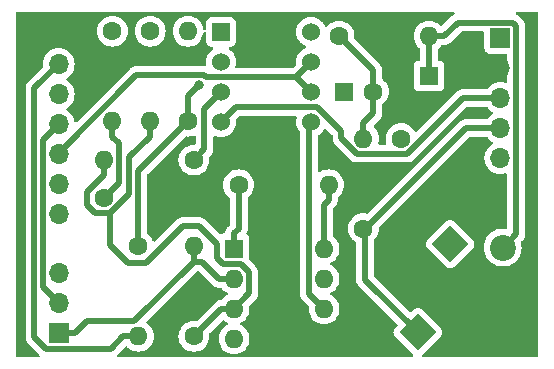
<source format=gbl>
G04 #@! TF.GenerationSoftware,KiCad,Pcbnew,7.0.11-7.0.11~ubuntu22.04.1*
G04 #@! TF.CreationDate,2024-07-25T22:55:08-03:00*
G04 #@! TF.ProjectId,Fonte_corrente_mono_V01b_compacto,466f6e74-655f-4636-9f72-72656e74655f,rev?*
G04 #@! TF.SameCoordinates,Original*
G04 #@! TF.FileFunction,Copper,L2,Bot*
G04 #@! TF.FilePolarity,Positive*
%FSLAX46Y46*%
G04 Gerber Fmt 4.6, Leading zero omitted, Abs format (unit mm)*
G04 Created by KiCad (PCBNEW 7.0.11-7.0.11~ubuntu22.04.1) date 2024-07-25 22:55:08*
%MOMM*%
%LPD*%
G01*
G04 APERTURE LIST*
G04 Aperture macros list*
%AMHorizOval*
0 Thick line with rounded ends*
0 $1 width*
0 $2 $3 position (X,Y) of the first rounded end (center of the circle)*
0 $4 $5 position (X,Y) of the second rounded end (center of the circle)*
0 Add line between two ends*
20,1,$1,$2,$3,$4,$5,0*
0 Add two circle primitives to create the rounded ends*
1,1,$1,$2,$3*
1,1,$1,$4,$5*%
%AMRotRect*
0 Rectangle, with rotation*
0 The origin of the aperture is its center*
0 $1 length*
0 $2 width*
0 $3 Rotation angle, in degrees counterclockwise*
0 Add horizontal line*
21,1,$1,$2,0,0,$3*%
G04 Aperture macros list end*
G04 #@! TA.AperFunction,ComponentPad*
%ADD10C,1.600000*%
G04 #@! TD*
G04 #@! TA.AperFunction,ComponentPad*
%ADD11O,1.600000X1.600000*%
G04 #@! TD*
G04 #@! TA.AperFunction,ComponentPad*
%ADD12R,1.600000X1.600000*%
G04 #@! TD*
G04 #@! TA.AperFunction,ComponentPad*
%ADD13R,1.700000X1.700000*%
G04 #@! TD*
G04 #@! TA.AperFunction,ComponentPad*
%ADD14O,1.700000X1.700000*%
G04 #@! TD*
G04 #@! TA.AperFunction,ComponentPad*
%ADD15RotRect,2.200000X2.200000X45.000000*%
G04 #@! TD*
G04 #@! TA.AperFunction,ComponentPad*
%ADD16HorizOval,2.200000X0.000000X0.000000X0.000000X0.000000X0*%
G04 #@! TD*
G04 #@! TA.AperFunction,ComponentPad*
%ADD17R,1.524000X1.524000*%
G04 #@! TD*
G04 #@! TA.AperFunction,ComponentPad*
%ADD18C,1.524000*%
G04 #@! TD*
G04 #@! TA.AperFunction,ComponentPad*
%ADD19RotRect,2.200000X2.200000X225.000000*%
G04 #@! TD*
G04 #@! TA.AperFunction,ComponentPad*
%ADD20HorizOval,2.200000X0.000000X0.000000X0.000000X0.000000X0*%
G04 #@! TD*
G04 #@! TA.AperFunction,ViaPad*
%ADD21C,0.800000*%
G04 #@! TD*
G04 #@! TA.AperFunction,Conductor*
%ADD22C,0.500000*%
G04 #@! TD*
G04 APERTURE END LIST*
D10*
X228250000Y-93490000D03*
D11*
X228250000Y-101110000D03*
D12*
X223394900Y-89500000D03*
D10*
X225894900Y-89500000D03*
D13*
X199250000Y-109975000D03*
D14*
X199250000Y-107435000D03*
X199250000Y-104895000D03*
D10*
X214490000Y-97400000D03*
D11*
X222110000Y-97400000D03*
D10*
X203800000Y-84390000D03*
D11*
X203800000Y-92010000D03*
D10*
X210200000Y-92010000D03*
D11*
X210200000Y-84390000D03*
D15*
X229657900Y-109892100D03*
D16*
X236842105Y-102707895D03*
D10*
X210700000Y-95300000D03*
D11*
X203080000Y-95300000D03*
D10*
X210700000Y-110220000D03*
D11*
X210700000Y-102600000D03*
D12*
X214100000Y-102810000D03*
D11*
X214100000Y-105350000D03*
X214100000Y-107890000D03*
X214100000Y-110430000D03*
X221720000Y-110430000D03*
X221720000Y-107890000D03*
X221720000Y-105350000D03*
X221720000Y-102810000D03*
D10*
X207000000Y-84390000D03*
D11*
X207000000Y-92010000D03*
D10*
X206000000Y-102600000D03*
D11*
X206000000Y-110220000D03*
D17*
X213000000Y-84460000D03*
D18*
X213000000Y-87000000D03*
X213000000Y-89540000D03*
X213000000Y-92080000D03*
X220620000Y-92080000D03*
X220620000Y-89540000D03*
X220620000Y-87000000D03*
X220620000Y-84460000D03*
D12*
X230600000Y-88194900D03*
D10*
X230600000Y-90694900D03*
X225050000Y-101110000D03*
D11*
X225050000Y-93490000D03*
D13*
X199250000Y-84640000D03*
D14*
X199250000Y-87180000D03*
X199250000Y-89720000D03*
X199250000Y-92260000D03*
X199250000Y-94800000D03*
X199250000Y-97340000D03*
X199250000Y-99880000D03*
D19*
X232392100Y-102407900D03*
D20*
X225207895Y-109592105D03*
D13*
X236650000Y-84970000D03*
D14*
X236650000Y-87510000D03*
X236650000Y-90050000D03*
X236650000Y-92590000D03*
X236650000Y-95130000D03*
D10*
X222990000Y-84800000D03*
D11*
X230610000Y-84800000D03*
D10*
X203100000Y-98500000D03*
D11*
X210720000Y-98500000D03*
D21*
X211131500Y-88979500D03*
D22*
X205823300Y-88110800D02*
X211522100Y-88110800D01*
X199250000Y-94800000D02*
X199250000Y-94684100D01*
X199250000Y-94684100D02*
X205823300Y-88110800D01*
X220620000Y-87000000D02*
X219350000Y-88270000D01*
X219350000Y-88270000D02*
X220620000Y-89540000D01*
X211522100Y-88110800D02*
X211681300Y-88270000D01*
X211681300Y-88270000D02*
X219350000Y-88270000D01*
X225894900Y-91345100D02*
X225050000Y-92190000D01*
X222990000Y-84800000D02*
X225894900Y-87704900D01*
X225050000Y-93490000D02*
X225050000Y-92190000D01*
X225894900Y-87704900D02*
X225894900Y-89500000D01*
X225894900Y-89500000D02*
X225894900Y-91345100D01*
X211591900Y-90948100D02*
X211591900Y-94408100D01*
X211591900Y-94408100D02*
X210700000Y-95300000D01*
X213000000Y-89540000D02*
X211591900Y-90948100D01*
X225195300Y-101110000D02*
X225195300Y-105429500D01*
X225195300Y-105429500D02*
X229657900Y-109892100D01*
X233715300Y-92590000D02*
X225195300Y-101110000D01*
X236650000Y-92590000D02*
X233715300Y-92590000D01*
X225195300Y-101110000D02*
X225050000Y-101110000D01*
X221131500Y-90810000D02*
X214270000Y-90810000D01*
X228758100Y-94752400D02*
X224496100Y-94752400D01*
X224496100Y-94752400D02*
X223194500Y-93450800D01*
X214270000Y-90810000D02*
X213000000Y-92080000D01*
X223194500Y-93450800D02*
X223194500Y-92873000D01*
X233460500Y-90050000D02*
X228758100Y-94752400D01*
X236650000Y-90050000D02*
X233460500Y-90050000D01*
X223194500Y-92873000D02*
X221131500Y-90810000D01*
X197201000Y-110305800D02*
X198172100Y-111276900D01*
X203643100Y-111276900D02*
X204700000Y-110220000D01*
X199250000Y-87180000D02*
X197201000Y-89229000D01*
X206000000Y-110220000D02*
X204700000Y-110220000D01*
X197201000Y-89229000D02*
X197201000Y-110305800D01*
X198172100Y-111276900D02*
X203643100Y-111276900D01*
X201606900Y-108968100D02*
X205631900Y-108968100D01*
X214100000Y-105350000D02*
X212800000Y-105350000D01*
X205631900Y-108968100D02*
X210700000Y-103900000D01*
X200600000Y-109975000D02*
X201606900Y-108968100D01*
X210700000Y-102600000D02*
X210700000Y-103900000D01*
X211350000Y-103900000D02*
X210700000Y-103900000D01*
X212800000Y-105350000D02*
X211350000Y-103900000D01*
X199250000Y-109975000D02*
X200600000Y-109975000D01*
X199250000Y-107435000D02*
X197907000Y-106092000D01*
X197907000Y-106092000D02*
X197907000Y-93603000D01*
X220456900Y-92243100D02*
X220620000Y-92080000D01*
X220456900Y-106626900D02*
X220456900Y-92243100D01*
X197907000Y-93603000D02*
X199250000Y-92260000D01*
X221720000Y-107890000D02*
X220456900Y-106626900D01*
X230610000Y-84800000D02*
X231910000Y-84800000D01*
X237705800Y-83668100D02*
X233041900Y-83668100D01*
X233041900Y-83668100D02*
X231910000Y-84800000D01*
X237984300Y-101565700D02*
X237984300Y-83946600D01*
X237984300Y-83946600D02*
X237705800Y-83668100D01*
X230610000Y-86884900D02*
X230610000Y-84800000D01*
X230600000Y-86894900D02*
X230610000Y-86884900D01*
X236842100Y-102707900D02*
X237984300Y-101565700D01*
X230600000Y-88194900D02*
X230600000Y-86894900D01*
X201650000Y-99100000D02*
X201650000Y-98030000D01*
X212647700Y-103596800D02*
X213130800Y-104079900D01*
X213130800Y-104079900D02*
X214646600Y-104079900D01*
X203637500Y-99776700D02*
X203637500Y-102487500D01*
X203637500Y-102487500D02*
X205150000Y-104000000D01*
X205234500Y-95075500D02*
X205234500Y-98179700D01*
X207000000Y-92010000D02*
X207000000Y-93310000D01*
X213030000Y-107890000D02*
X210700000Y-110220000D01*
X202326700Y-99776700D02*
X201650000Y-99100000D01*
X205234500Y-98179700D02*
X203637500Y-99776700D01*
X203080000Y-96600000D02*
X203080000Y-95300000D01*
X214100000Y-107890000D02*
X213030000Y-107890000D01*
X215389600Y-106600400D02*
X214100000Y-107890000D01*
X214646600Y-104079900D02*
X215389600Y-104822900D01*
X207000000Y-93310000D02*
X205234500Y-95075500D01*
X206650000Y-104000000D02*
X209750000Y-100900000D01*
X201650000Y-98030000D02*
X203080000Y-96600000D01*
X215389600Y-104822900D02*
X215389600Y-106600400D01*
X211150000Y-100900000D02*
X212647700Y-102397700D01*
X203637500Y-99776700D02*
X202326700Y-99776700D01*
X212647700Y-102397700D02*
X212647700Y-103596800D01*
X209750000Y-100900000D02*
X211150000Y-100900000D01*
X205150000Y-104000000D02*
X206650000Y-104000000D01*
X206000000Y-96210000D02*
X210200000Y-92010000D01*
X210200000Y-89911000D02*
X211131500Y-88979500D01*
X206000000Y-102600000D02*
X206000000Y-96210000D01*
X210200000Y-92010000D02*
X210200000Y-89911000D01*
X204338500Y-93848500D02*
X203800000Y-93310000D01*
X203800000Y-92010000D02*
X203800000Y-93310000D01*
X204338500Y-97261500D02*
X204338500Y-93848500D01*
X203100000Y-98500000D02*
X204338500Y-97261500D01*
X214100000Y-102810000D02*
X214100000Y-101510000D01*
X214490000Y-101120000D02*
X214490000Y-97400000D01*
X214100000Y-101510000D02*
X214490000Y-101120000D01*
X221720000Y-102810000D02*
X221720000Y-99090000D01*
X222110000Y-97400000D02*
X222110000Y-98700000D01*
X221720000Y-99090000D02*
X222110000Y-98700000D01*
G04 #@! TA.AperFunction,Conductor*
G36*
X232730583Y-82769685D02*
G01*
X232776338Y-82822489D01*
X232786282Y-82891647D01*
X232757257Y-82955203D01*
X232728616Y-82979554D01*
X232723920Y-82982449D01*
X232709210Y-82989570D01*
X232709236Y-82989621D01*
X232702784Y-82992861D01*
X232640136Y-83034065D01*
X232637096Y-83036002D01*
X232573247Y-83075385D01*
X232567582Y-83079865D01*
X232567546Y-83079819D01*
X232561698Y-83084584D01*
X232561735Y-83084628D01*
X232556210Y-83089264D01*
X232556204Y-83089269D01*
X232556204Y-83089270D01*
X232532633Y-83114253D01*
X232504748Y-83143809D01*
X232502236Y-83146394D01*
X231736590Y-83912041D01*
X231675267Y-83945526D01*
X231605576Y-83940542D01*
X231561228Y-83912041D01*
X231449141Y-83799954D01*
X231262734Y-83669432D01*
X231262732Y-83669431D01*
X231056497Y-83573261D01*
X231056488Y-83573258D01*
X230836697Y-83514366D01*
X230836693Y-83514365D01*
X230836692Y-83514365D01*
X230836691Y-83514364D01*
X230836686Y-83514364D01*
X230610002Y-83494532D01*
X230609998Y-83494532D01*
X230383313Y-83514364D01*
X230383302Y-83514366D01*
X230163511Y-83573258D01*
X230163502Y-83573261D01*
X229957267Y-83669431D01*
X229957265Y-83669432D01*
X229770858Y-83799954D01*
X229609954Y-83960858D01*
X229479432Y-84147265D01*
X229479431Y-84147267D01*
X229383261Y-84353502D01*
X229383258Y-84353511D01*
X229324366Y-84573302D01*
X229324364Y-84573313D01*
X229304532Y-84799998D01*
X229304532Y-84800001D01*
X229324364Y-85026686D01*
X229324366Y-85026697D01*
X229383258Y-85246488D01*
X229383261Y-85246497D01*
X229479431Y-85452732D01*
X229479432Y-85452734D01*
X229609954Y-85639141D01*
X229770859Y-85800046D01*
X229797317Y-85818572D01*
X229805068Y-85823999D01*
X229806621Y-85825086D01*
X229850247Y-85879662D01*
X229859500Y-85926662D01*
X229859500Y-86750490D01*
X229856158Y-86779085D01*
X229851055Y-86800617D01*
X229816441Y-86861311D01*
X229754509Y-86893655D01*
X229743651Y-86895312D01*
X229692516Y-86900809D01*
X229557671Y-86951102D01*
X229557664Y-86951106D01*
X229442455Y-87037352D01*
X229442452Y-87037355D01*
X229356206Y-87152564D01*
X229356202Y-87152571D01*
X229305908Y-87287417D01*
X229299501Y-87347016D01*
X229299501Y-87347023D01*
X229299500Y-87347035D01*
X229299500Y-89042770D01*
X229299501Y-89042776D01*
X229305908Y-89102383D01*
X229356202Y-89237228D01*
X229356206Y-89237235D01*
X229442452Y-89352444D01*
X229442455Y-89352447D01*
X229557664Y-89438693D01*
X229557671Y-89438697D01*
X229692517Y-89488991D01*
X229692516Y-89488991D01*
X229699444Y-89489735D01*
X229752127Y-89495400D01*
X231447872Y-89495399D01*
X231507483Y-89488991D01*
X231642331Y-89438696D01*
X231757546Y-89352446D01*
X231843796Y-89237231D01*
X231894091Y-89102383D01*
X231900500Y-89042773D01*
X231900499Y-87347028D01*
X231894091Y-87287417D01*
X231872878Y-87230543D01*
X231843797Y-87152571D01*
X231843793Y-87152564D01*
X231757547Y-87037355D01*
X231757544Y-87037352D01*
X231642335Y-86951106D01*
X231642328Y-86951102D01*
X231507482Y-86900808D01*
X231507484Y-86900808D01*
X231471243Y-86896912D01*
X231406692Y-86870173D01*
X231366845Y-86812780D01*
X231360500Y-86773623D01*
X231360500Y-85926662D01*
X231380185Y-85859623D01*
X231413379Y-85825086D01*
X231414443Y-85824341D01*
X231449139Y-85800047D01*
X231610047Y-85639139D01*
X231625730Y-85616741D01*
X231635088Y-85603377D01*
X231689665Y-85559752D01*
X231736663Y-85550500D01*
X231846295Y-85550500D01*
X231864265Y-85551809D01*
X231888023Y-85555289D01*
X231937369Y-85550971D01*
X231948176Y-85550500D01*
X231953704Y-85550500D01*
X231953709Y-85550500D01*
X231984556Y-85546893D01*
X231988030Y-85546539D01*
X232062797Y-85539999D01*
X232062805Y-85539996D01*
X232069866Y-85538539D01*
X232069878Y-85538598D01*
X232077243Y-85536965D01*
X232077229Y-85536906D01*
X232084249Y-85535241D01*
X232084255Y-85535241D01*
X232154779Y-85509572D01*
X232158117Y-85508412D01*
X232229334Y-85484814D01*
X232229342Y-85484808D01*
X232235882Y-85481760D01*
X232235908Y-85481816D01*
X232242690Y-85478532D01*
X232242663Y-85478478D01*
X232249113Y-85475238D01*
X232249117Y-85475237D01*
X232311837Y-85433984D01*
X232314732Y-85432140D01*
X232378656Y-85392712D01*
X232378662Y-85392705D01*
X232384325Y-85388229D01*
X232384362Y-85388277D01*
X232390204Y-85383518D01*
X232390164Y-85383471D01*
X232395686Y-85378835D01*
X232395696Y-85378830D01*
X232447185Y-85324253D01*
X232449632Y-85321734D01*
X233316448Y-84454919D01*
X233377771Y-84421434D01*
X233404129Y-84418600D01*
X235175500Y-84418600D01*
X235242539Y-84438285D01*
X235288294Y-84491089D01*
X235299500Y-84542600D01*
X235299500Y-85867870D01*
X235299501Y-85867876D01*
X235305908Y-85927483D01*
X235356202Y-86062328D01*
X235356206Y-86062335D01*
X235442452Y-86177544D01*
X235442455Y-86177547D01*
X235557664Y-86263793D01*
X235557671Y-86263797D01*
X235692517Y-86314091D01*
X235692516Y-86314091D01*
X235699444Y-86314835D01*
X235752127Y-86320500D01*
X237109800Y-86320499D01*
X237176839Y-86340184D01*
X237222594Y-86392987D01*
X237233800Y-86444499D01*
X237233800Y-88646687D01*
X237214115Y-88713726D01*
X237161311Y-88759481D01*
X237092153Y-88769425D01*
X237077707Y-88766462D01*
X236885413Y-88714938D01*
X236885403Y-88714936D01*
X236650001Y-88694341D01*
X236649999Y-88694341D01*
X236414596Y-88714936D01*
X236414586Y-88714938D01*
X236186344Y-88776094D01*
X236186335Y-88776098D01*
X235972171Y-88875964D01*
X235972169Y-88875965D01*
X235778597Y-89011505D01*
X235611506Y-89178596D01*
X235563874Y-89246623D01*
X235509297Y-89290248D01*
X235462299Y-89299500D01*
X233524205Y-89299500D01*
X233506235Y-89298191D01*
X233482472Y-89294710D01*
X233435343Y-89298834D01*
X233433130Y-89299028D01*
X233422324Y-89299500D01*
X233416784Y-89299500D01*
X233386001Y-89303098D01*
X233382416Y-89303464D01*
X233307699Y-89310001D01*
X233300632Y-89311460D01*
X233300620Y-89311404D01*
X233293263Y-89313035D01*
X233293277Y-89313092D01*
X233286240Y-89314760D01*
X233215731Y-89340421D01*
X233212354Y-89341595D01*
X233195892Y-89347051D01*
X233141168Y-89365185D01*
X233134626Y-89368236D01*
X233134601Y-89368183D01*
X233127808Y-89371471D01*
X233127834Y-89371523D01*
X233121380Y-89374764D01*
X233058721Y-89415975D01*
X233055681Y-89417912D01*
X232991848Y-89457285D01*
X232986183Y-89461765D01*
X232986147Y-89461719D01*
X232980298Y-89466484D01*
X232980335Y-89466528D01*
X232974810Y-89471164D01*
X232974804Y-89471169D01*
X232974804Y-89471170D01*
X232951946Y-89495398D01*
X232923332Y-89525726D01*
X232920820Y-89528311D01*
X229579345Y-92869785D01*
X229518022Y-92903270D01*
X229448330Y-92898286D01*
X229392397Y-92856414D01*
X229383621Y-92841757D01*
X229383276Y-92841957D01*
X229380567Y-92837265D01*
X229250045Y-92650858D01*
X229089141Y-92489954D01*
X228902734Y-92359432D01*
X228902732Y-92359431D01*
X228696497Y-92263261D01*
X228696488Y-92263258D01*
X228476697Y-92204366D01*
X228476693Y-92204365D01*
X228476692Y-92204365D01*
X228476691Y-92204364D01*
X228476686Y-92204364D01*
X228250002Y-92184532D01*
X228249998Y-92184532D01*
X228023313Y-92204364D01*
X228023302Y-92204366D01*
X227803511Y-92263258D01*
X227803502Y-92263261D01*
X227597267Y-92359431D01*
X227597265Y-92359432D01*
X227410858Y-92489954D01*
X227249954Y-92650858D01*
X227119432Y-92837265D01*
X227119431Y-92837267D01*
X227023261Y-93043502D01*
X227023258Y-93043511D01*
X226964366Y-93263302D01*
X226964364Y-93263313D01*
X226944532Y-93489998D01*
X226944532Y-93490001D01*
X226964364Y-93716686D01*
X226964366Y-93716697D01*
X226998961Y-93845807D01*
X226997298Y-93915657D01*
X226958135Y-93973519D01*
X226893907Y-94001023D01*
X226879186Y-94001900D01*
X226420814Y-94001900D01*
X226353775Y-93982215D01*
X226308020Y-93929411D01*
X226298076Y-93860253D01*
X226301039Y-93845807D01*
X226315946Y-93790171D01*
X226335635Y-93716692D01*
X226355468Y-93490000D01*
X226355378Y-93488976D01*
X226345831Y-93379847D01*
X226335635Y-93263308D01*
X226285250Y-93075267D01*
X226276741Y-93043511D01*
X226276738Y-93043502D01*
X226259052Y-93005575D01*
X226180568Y-92837266D01*
X226084031Y-92699395D01*
X226050048Y-92650862D01*
X225998500Y-92599314D01*
X225937955Y-92538769D01*
X225904472Y-92477449D01*
X225909456Y-92407757D01*
X225937955Y-92363411D01*
X226380542Y-91920824D01*
X226394171Y-91909047D01*
X226413430Y-91894710D01*
X226426012Y-91879715D01*
X226445260Y-91856776D01*
X226452577Y-91848791D01*
X226456487Y-91844881D01*
X226456487Y-91844880D01*
X226456491Y-91844877D01*
X226475733Y-91820538D01*
X226477969Y-91817793D01*
X226526202Y-91760314D01*
X226526207Y-91760303D01*
X226530174Y-91754275D01*
X226530225Y-91754308D01*
X226534272Y-91747956D01*
X226534220Y-91747924D01*
X226538008Y-91741780D01*
X226538011Y-91741777D01*
X226569721Y-91673773D01*
X226571262Y-91670588D01*
X226604940Y-91603533D01*
X226604943Y-91603517D01*
X226607409Y-91596746D01*
X226607467Y-91596767D01*
X226609943Y-91589646D01*
X226609886Y-91589628D01*
X226612156Y-91582777D01*
X226616134Y-91563511D01*
X226627347Y-91509202D01*
X226628079Y-91505898D01*
X226645400Y-91432821D01*
X226645400Y-91432812D01*
X226646238Y-91425648D01*
X226646298Y-91425655D01*
X226647064Y-91418155D01*
X226647005Y-91418150D01*
X226647634Y-91410960D01*
X226645452Y-91335970D01*
X226645400Y-91332363D01*
X226645400Y-90626662D01*
X226665085Y-90559623D01*
X226698279Y-90525086D01*
X226706057Y-90519640D01*
X226734039Y-90500047D01*
X226894947Y-90339139D01*
X227025468Y-90152734D01*
X227121639Y-89946496D01*
X227180535Y-89726692D01*
X227200368Y-89500000D01*
X227199965Y-89495399D01*
X227191923Y-89403478D01*
X227180535Y-89273308D01*
X227121639Y-89053504D01*
X227025468Y-88847266D01*
X226932811Y-88714937D01*
X226894948Y-88660862D01*
X226826603Y-88592517D01*
X226734039Y-88499953D01*
X226729273Y-88496615D01*
X226698275Y-88474910D01*
X226654651Y-88420332D01*
X226645400Y-88373336D01*
X226645400Y-87768605D01*
X226646709Y-87750635D01*
X226647029Y-87748447D01*
X226650189Y-87726877D01*
X226645872Y-87677530D01*
X226645400Y-87666722D01*
X226645400Y-87661196D01*
X226645400Y-87661191D01*
X226641801Y-87630409D01*
X226641436Y-87626829D01*
X226634899Y-87552101D01*
X226633439Y-87545029D01*
X226633497Y-87545016D01*
X226631865Y-87537657D01*
X226631806Y-87537672D01*
X226630142Y-87530653D01*
X226630141Y-87530645D01*
X226604491Y-87460173D01*
X226603308Y-87456768D01*
X226595190Y-87432271D01*
X226579714Y-87385566D01*
X226579713Y-87385565D01*
X226579713Y-87385563D01*
X226576664Y-87379024D01*
X226576717Y-87378999D01*
X226573431Y-87372211D01*
X226573379Y-87372238D01*
X226570136Y-87365782D01*
X226568573Y-87363406D01*
X226528925Y-87303122D01*
X226526988Y-87300081D01*
X226487614Y-87236247D01*
X226483134Y-87230581D01*
X226483180Y-87230543D01*
X226478419Y-87224699D01*
X226478374Y-87224738D01*
X226473731Y-87219205D01*
X226419190Y-87167748D01*
X226416603Y-87165235D01*
X224316716Y-85065348D01*
X224283231Y-85004025D01*
X224280869Y-84966863D01*
X224295468Y-84800000D01*
X224275635Y-84573308D01*
X224226518Y-84390000D01*
X224216741Y-84353511D01*
X224216738Y-84353502D01*
X224163779Y-84239932D01*
X224120568Y-84147266D01*
X223990047Y-83960861D01*
X223990045Y-83960858D01*
X223829141Y-83799954D01*
X223642734Y-83669432D01*
X223642732Y-83669431D01*
X223436497Y-83573261D01*
X223436488Y-83573258D01*
X223216697Y-83514366D01*
X223216693Y-83514365D01*
X223216692Y-83514365D01*
X223216691Y-83514364D01*
X223216686Y-83514364D01*
X222990002Y-83494532D01*
X222989998Y-83494532D01*
X222763313Y-83514364D01*
X222763302Y-83514366D01*
X222543511Y-83573258D01*
X222543502Y-83573261D01*
X222337267Y-83669431D01*
X222337265Y-83669432D01*
X222150858Y-83799954D01*
X221989953Y-83960859D01*
X221987268Y-83964694D01*
X221932688Y-84008314D01*
X221863189Y-84015502D01*
X221800837Y-83983974D01*
X221773317Y-83945967D01*
X221773111Y-83945526D01*
X221717534Y-83826339D01*
X221607667Y-83669431D01*
X221590827Y-83645381D01*
X221518704Y-83573258D01*
X221434620Y-83489174D01*
X221434616Y-83489171D01*
X221434615Y-83489170D01*
X221253666Y-83362468D01*
X221253662Y-83362466D01*
X221206457Y-83340454D01*
X221053450Y-83269106D01*
X221053447Y-83269105D01*
X221053445Y-83269104D01*
X220840070Y-83211930D01*
X220840062Y-83211929D01*
X220620002Y-83192677D01*
X220619998Y-83192677D01*
X220399937Y-83211929D01*
X220399929Y-83211930D01*
X220186554Y-83269104D01*
X220186548Y-83269107D01*
X219986340Y-83362465D01*
X219986338Y-83362466D01*
X219805377Y-83489175D01*
X219649175Y-83645377D01*
X219522466Y-83826338D01*
X219522465Y-83826340D01*
X219429107Y-84026548D01*
X219429104Y-84026554D01*
X219371930Y-84239929D01*
X219371929Y-84239937D01*
X219352677Y-84459997D01*
X219352677Y-84460002D01*
X219371929Y-84680062D01*
X219371930Y-84680070D01*
X219429104Y-84893445D01*
X219429105Y-84893447D01*
X219429106Y-84893450D01*
X219463337Y-84966859D01*
X219522466Y-85093662D01*
X219522468Y-85093666D01*
X219649170Y-85274615D01*
X219649175Y-85274621D01*
X219805378Y-85430824D01*
X219805384Y-85430829D01*
X219986333Y-85557531D01*
X219986335Y-85557532D01*
X219986338Y-85557534D01*
X220084649Y-85603377D01*
X220115189Y-85617618D01*
X220167628Y-85663790D01*
X220186780Y-85730984D01*
X220166564Y-85797865D01*
X220115189Y-85842382D01*
X219986340Y-85902465D01*
X219986338Y-85902466D01*
X219805377Y-86029175D01*
X219649175Y-86185377D01*
X219522466Y-86366338D01*
X219522465Y-86366340D01*
X219429107Y-86566548D01*
X219429104Y-86566554D01*
X219371930Y-86779929D01*
X219371929Y-86779937D01*
X219352677Y-86999997D01*
X219352677Y-87000002D01*
X219364205Y-87131785D01*
X219350438Y-87200285D01*
X219328358Y-87230272D01*
X219075449Y-87483182D01*
X219014129Y-87516666D01*
X218987770Y-87519500D01*
X214329437Y-87519500D01*
X214262398Y-87499815D01*
X214216643Y-87447011D01*
X214206699Y-87377853D01*
X214209662Y-87363406D01*
X214248070Y-87220068D01*
X214267323Y-87000000D01*
X214263045Y-86951106D01*
X214258164Y-86895312D01*
X214248070Y-86779932D01*
X214190894Y-86566550D01*
X214097534Y-86366339D01*
X213970826Y-86185380D01*
X213814620Y-86029174D01*
X213814616Y-86029171D01*
X213814615Y-86029170D01*
X213698797Y-85948074D01*
X213655172Y-85893497D01*
X213647978Y-85823999D01*
X213679501Y-85761644D01*
X213739730Y-85726230D01*
X213769919Y-85722499D01*
X213809872Y-85722499D01*
X213869483Y-85716091D01*
X214004331Y-85665796D01*
X214119546Y-85579546D01*
X214205796Y-85464331D01*
X214256091Y-85329483D01*
X214262500Y-85269873D01*
X214262499Y-83650128D01*
X214256091Y-83590517D01*
X214241300Y-83550861D01*
X214205797Y-83455671D01*
X214205793Y-83455664D01*
X214119547Y-83340455D01*
X214119544Y-83340452D01*
X214004335Y-83254206D01*
X214004328Y-83254202D01*
X213869482Y-83203908D01*
X213869483Y-83203908D01*
X213809883Y-83197501D01*
X213809881Y-83197500D01*
X213809873Y-83197500D01*
X213809864Y-83197500D01*
X212190129Y-83197500D01*
X212190123Y-83197501D01*
X212130516Y-83203908D01*
X211995671Y-83254202D01*
X211995664Y-83254206D01*
X211880455Y-83340452D01*
X211880452Y-83340455D01*
X211794206Y-83455664D01*
X211794202Y-83455671D01*
X211743908Y-83590517D01*
X211738010Y-83645380D01*
X211737501Y-83650123D01*
X211737500Y-83650135D01*
X211737500Y-84202077D01*
X211717815Y-84269116D01*
X211665011Y-84314871D01*
X211595853Y-84324815D01*
X211532297Y-84295790D01*
X211494523Y-84237012D01*
X211489972Y-84212884D01*
X211485635Y-84163308D01*
X211433457Y-83968577D01*
X211426741Y-83943511D01*
X211426738Y-83943502D01*
X211372104Y-83826340D01*
X211330568Y-83737266D01*
X211200047Y-83550861D01*
X211200045Y-83550858D01*
X211039141Y-83389954D01*
X210852734Y-83259432D01*
X210852732Y-83259431D01*
X210646497Y-83163261D01*
X210646488Y-83163258D01*
X210426697Y-83104366D01*
X210426693Y-83104365D01*
X210426692Y-83104365D01*
X210426691Y-83104364D01*
X210426686Y-83104364D01*
X210200002Y-83084532D01*
X210199998Y-83084532D01*
X209973313Y-83104364D01*
X209973302Y-83104366D01*
X209753511Y-83163258D01*
X209753502Y-83163261D01*
X209547267Y-83259431D01*
X209547265Y-83259432D01*
X209360858Y-83389954D01*
X209199954Y-83550858D01*
X209069432Y-83737265D01*
X209069431Y-83737267D01*
X208973261Y-83943502D01*
X208973258Y-83943511D01*
X208914366Y-84163302D01*
X208914364Y-84163313D01*
X208894532Y-84389998D01*
X208894532Y-84390001D01*
X208914364Y-84616686D01*
X208914366Y-84616697D01*
X208973258Y-84836488D01*
X208973261Y-84836497D01*
X209069431Y-85042732D01*
X209069432Y-85042734D01*
X209199954Y-85229141D01*
X209360858Y-85390045D01*
X209360861Y-85390047D01*
X209547266Y-85520568D01*
X209753504Y-85616739D01*
X209973308Y-85675635D01*
X210135230Y-85689801D01*
X210199998Y-85695468D01*
X210200000Y-85695468D01*
X210200002Y-85695468D01*
X210256673Y-85690509D01*
X210426692Y-85675635D01*
X210646496Y-85616739D01*
X210852734Y-85520568D01*
X211039139Y-85390047D01*
X211200047Y-85229139D01*
X211330568Y-85042734D01*
X211426739Y-84836496D01*
X211485635Y-84616692D01*
X211489972Y-84567112D01*
X211515424Y-84502045D01*
X211572014Y-84461066D01*
X211641776Y-84457187D01*
X211702561Y-84491640D01*
X211735069Y-84553487D01*
X211737500Y-84577920D01*
X211737500Y-85269870D01*
X211737501Y-85269876D01*
X211743908Y-85329483D01*
X211794202Y-85464328D01*
X211794206Y-85464335D01*
X211880452Y-85579544D01*
X211880455Y-85579547D01*
X211995664Y-85665793D01*
X211995671Y-85665797D01*
X212130517Y-85716091D01*
X212130516Y-85716091D01*
X212137444Y-85716835D01*
X212190127Y-85722500D01*
X212230079Y-85722499D01*
X212297116Y-85742182D01*
X212342872Y-85794985D01*
X212352817Y-85864143D01*
X212323794Y-85927700D01*
X212301203Y-85948074D01*
X212185375Y-86029177D01*
X212029175Y-86185377D01*
X211902466Y-86366338D01*
X211902465Y-86366340D01*
X211809107Y-86566548D01*
X211809104Y-86566554D01*
X211751930Y-86779929D01*
X211751929Y-86779937D01*
X211732677Y-86999997D01*
X211732677Y-87000000D01*
X211751929Y-87220062D01*
X211752402Y-87225461D01*
X211750198Y-87225653D01*
X211743480Y-87285666D01*
X211699401Y-87339877D01*
X211633011Y-87361651D01*
X211614738Y-87360874D01*
X211602653Y-87359462D01*
X211602659Y-87359402D01*
X211595155Y-87358635D01*
X211595150Y-87358695D01*
X211587960Y-87358065D01*
X211512970Y-87360248D01*
X211509363Y-87360300D01*
X205887005Y-87360300D01*
X205869035Y-87358991D01*
X205845272Y-87355510D01*
X205798143Y-87359634D01*
X205795930Y-87359828D01*
X205785124Y-87360300D01*
X205779584Y-87360300D01*
X205748801Y-87363898D01*
X205745216Y-87364264D01*
X205670499Y-87370801D01*
X205663432Y-87372260D01*
X205663420Y-87372204D01*
X205656063Y-87373835D01*
X205656077Y-87373892D01*
X205649040Y-87375560D01*
X205578531Y-87401221D01*
X205575130Y-87402403D01*
X205503968Y-87425984D01*
X205497426Y-87429035D01*
X205497401Y-87428983D01*
X205490608Y-87432271D01*
X205490634Y-87432322D01*
X205484186Y-87435560D01*
X205421528Y-87476770D01*
X205418491Y-87478705D01*
X205354644Y-87518088D01*
X205348977Y-87522569D01*
X205348941Y-87522523D01*
X205343098Y-87527284D01*
X205343135Y-87527328D01*
X205337610Y-87531964D01*
X205337604Y-87531969D01*
X205337604Y-87531970D01*
X205325283Y-87545029D01*
X205286148Y-87586509D01*
X205283636Y-87589094D01*
X200792525Y-92080205D01*
X200731202Y-92113690D01*
X200661510Y-92108706D01*
X200605577Y-92066834D01*
X200585069Y-92024617D01*
X200585063Y-92024595D01*
X200585063Y-92024592D01*
X200523903Y-91796337D01*
X200424035Y-91582171D01*
X200422645Y-91580185D01*
X200288494Y-91388597D01*
X200121402Y-91221506D01*
X200121396Y-91221501D01*
X199935842Y-91091575D01*
X199892217Y-91036998D01*
X199885023Y-90967500D01*
X199916546Y-90905145D01*
X199935842Y-90888425D01*
X200009543Y-90836819D01*
X200121401Y-90758495D01*
X200288495Y-90591401D01*
X200424035Y-90397830D01*
X200523903Y-90183663D01*
X200585063Y-89955408D01*
X200605659Y-89720000D01*
X200585063Y-89484592D01*
X200538208Y-89309726D01*
X200523905Y-89256344D01*
X200523904Y-89256343D01*
X200523903Y-89256337D01*
X200424035Y-89042171D01*
X200422645Y-89040185D01*
X200288494Y-88848597D01*
X200121402Y-88681506D01*
X200121396Y-88681501D01*
X199935842Y-88551575D01*
X199892217Y-88496998D01*
X199885023Y-88427500D01*
X199916546Y-88365145D01*
X199935842Y-88348425D01*
X200016525Y-88291930D01*
X200121401Y-88218495D01*
X200288495Y-88051401D01*
X200424035Y-87857830D01*
X200523903Y-87643663D01*
X200585063Y-87415408D01*
X200605659Y-87180000D01*
X200585063Y-86944592D01*
X200523903Y-86716337D01*
X200424035Y-86502171D01*
X200328925Y-86366338D01*
X200288494Y-86308597D01*
X200121402Y-86141506D01*
X200121395Y-86141501D01*
X199927834Y-86005967D01*
X199927830Y-86005965D01*
X199927828Y-86005964D01*
X199713663Y-85906097D01*
X199713659Y-85906096D01*
X199713655Y-85906094D01*
X199485413Y-85844938D01*
X199485403Y-85844936D01*
X199250001Y-85824341D01*
X199249999Y-85824341D01*
X199014596Y-85844936D01*
X199014586Y-85844938D01*
X198786344Y-85906094D01*
X198786335Y-85906098D01*
X198572171Y-86005964D01*
X198572169Y-86005965D01*
X198378597Y-86141505D01*
X198211505Y-86308597D01*
X198075965Y-86502169D01*
X198075964Y-86502171D01*
X197976098Y-86716335D01*
X197976094Y-86716344D01*
X197914938Y-86944586D01*
X197914936Y-86944596D01*
X197894341Y-87179999D01*
X197894341Y-87180001D01*
X197912977Y-87393013D01*
X197899210Y-87461513D01*
X197877130Y-87491501D01*
X196715358Y-88653272D01*
X196701729Y-88665051D01*
X196682469Y-88679390D01*
X196650632Y-88717331D01*
X196643346Y-88725284D01*
X196639407Y-88729224D01*
X196620176Y-88753545D01*
X196617902Y-88756337D01*
X196569694Y-88813790D01*
X196565729Y-88819819D01*
X196565682Y-88819788D01*
X196561630Y-88826147D01*
X196561679Y-88826177D01*
X196557889Y-88832321D01*
X196526192Y-88900294D01*
X196524623Y-88903536D01*
X196490957Y-88970572D01*
X196488488Y-88977357D01*
X196488432Y-88977336D01*
X196485960Y-88984450D01*
X196486015Y-88984469D01*
X196483743Y-88991325D01*
X196468573Y-89064788D01*
X196467793Y-89068304D01*
X196450499Y-89141279D01*
X196449661Y-89148454D01*
X196449601Y-89148447D01*
X196448835Y-89155945D01*
X196448895Y-89155951D01*
X196448265Y-89163140D01*
X196450448Y-89238128D01*
X196450500Y-89241735D01*
X196450500Y-110242094D01*
X196449191Y-110260063D01*
X196445710Y-110283825D01*
X196450028Y-110333168D01*
X196450500Y-110343976D01*
X196450500Y-110349511D01*
X196454098Y-110380295D01*
X196454464Y-110383883D01*
X196461000Y-110458591D01*
X196462461Y-110465667D01*
X196462403Y-110465678D01*
X196464034Y-110473037D01*
X196464092Y-110473024D01*
X196465757Y-110480049D01*
X196491400Y-110550505D01*
X196492582Y-110553907D01*
X196516182Y-110625126D01*
X196519236Y-110631674D01*
X196519182Y-110631698D01*
X196522470Y-110638488D01*
X196522521Y-110638463D01*
X196525761Y-110644914D01*
X196566979Y-110707584D01*
X196568889Y-110710582D01*
X196599972Y-110760974D01*
X196608289Y-110774458D01*
X196612766Y-110780119D01*
X196612719Y-110780156D01*
X196617482Y-110786002D01*
X196617528Y-110785964D01*
X196622173Y-110791499D01*
X196676707Y-110842949D01*
X196679295Y-110845463D01*
X197596370Y-111762538D01*
X197608152Y-111776171D01*
X197625765Y-111799829D01*
X197650009Y-111865357D01*
X197634977Y-111933591D01*
X197585442Y-111982866D01*
X197526442Y-111997877D01*
X195774140Y-111999859D01*
X195707079Y-111980250D01*
X195661264Y-111927498D01*
X195650000Y-111875859D01*
X195650000Y-84390001D01*
X202494532Y-84390001D01*
X202514364Y-84616686D01*
X202514366Y-84616697D01*
X202573258Y-84836488D01*
X202573261Y-84836497D01*
X202669431Y-85042732D01*
X202669432Y-85042734D01*
X202799954Y-85229141D01*
X202960858Y-85390045D01*
X202960861Y-85390047D01*
X203147266Y-85520568D01*
X203353504Y-85616739D01*
X203573308Y-85675635D01*
X203735230Y-85689801D01*
X203799998Y-85695468D01*
X203800000Y-85695468D01*
X203800002Y-85695468D01*
X203856673Y-85690509D01*
X204026692Y-85675635D01*
X204246496Y-85616739D01*
X204452734Y-85520568D01*
X204639139Y-85390047D01*
X204800047Y-85229139D01*
X204930568Y-85042734D01*
X205026739Y-84836496D01*
X205085635Y-84616692D01*
X205105468Y-84390001D01*
X205694532Y-84390001D01*
X205714364Y-84616686D01*
X205714366Y-84616697D01*
X205773258Y-84836488D01*
X205773261Y-84836497D01*
X205869431Y-85042732D01*
X205869432Y-85042734D01*
X205999954Y-85229141D01*
X206160858Y-85390045D01*
X206160861Y-85390047D01*
X206347266Y-85520568D01*
X206553504Y-85616739D01*
X206773308Y-85675635D01*
X206935230Y-85689801D01*
X206999998Y-85695468D01*
X207000000Y-85695468D01*
X207000002Y-85695468D01*
X207056673Y-85690509D01*
X207226692Y-85675635D01*
X207446496Y-85616739D01*
X207652734Y-85520568D01*
X207839139Y-85390047D01*
X208000047Y-85229139D01*
X208130568Y-85042734D01*
X208226739Y-84836496D01*
X208285635Y-84616692D01*
X208305468Y-84390000D01*
X208285635Y-84163308D01*
X208233457Y-83968577D01*
X208226741Y-83943511D01*
X208226738Y-83943502D01*
X208172104Y-83826340D01*
X208130568Y-83737266D01*
X208000047Y-83550861D01*
X208000045Y-83550858D01*
X207839141Y-83389954D01*
X207652734Y-83259432D01*
X207652732Y-83259431D01*
X207446497Y-83163261D01*
X207446488Y-83163258D01*
X207226697Y-83104366D01*
X207226693Y-83104365D01*
X207226692Y-83104365D01*
X207226691Y-83104364D01*
X207226686Y-83104364D01*
X207000002Y-83084532D01*
X206999998Y-83084532D01*
X206773313Y-83104364D01*
X206773302Y-83104366D01*
X206553511Y-83163258D01*
X206553502Y-83163261D01*
X206347267Y-83259431D01*
X206347265Y-83259432D01*
X206160858Y-83389954D01*
X205999954Y-83550858D01*
X205869432Y-83737265D01*
X205869431Y-83737267D01*
X205773261Y-83943502D01*
X205773258Y-83943511D01*
X205714366Y-84163302D01*
X205714364Y-84163313D01*
X205694532Y-84389998D01*
X205694532Y-84390001D01*
X205105468Y-84390001D01*
X205105468Y-84390000D01*
X205085635Y-84163308D01*
X205033457Y-83968577D01*
X205026741Y-83943511D01*
X205026738Y-83943502D01*
X204972104Y-83826340D01*
X204930568Y-83737266D01*
X204800047Y-83550861D01*
X204800045Y-83550858D01*
X204639141Y-83389954D01*
X204452734Y-83259432D01*
X204452732Y-83259431D01*
X204246497Y-83163261D01*
X204246488Y-83163258D01*
X204026697Y-83104366D01*
X204026693Y-83104365D01*
X204026692Y-83104365D01*
X204026691Y-83104364D01*
X204026686Y-83104364D01*
X203800002Y-83084532D01*
X203799998Y-83084532D01*
X203573313Y-83104364D01*
X203573302Y-83104366D01*
X203353511Y-83163258D01*
X203353502Y-83163261D01*
X203147267Y-83259431D01*
X203147265Y-83259432D01*
X202960858Y-83389954D01*
X202799954Y-83550858D01*
X202669432Y-83737265D01*
X202669431Y-83737267D01*
X202573261Y-83943502D01*
X202573258Y-83943511D01*
X202514366Y-84163302D01*
X202514364Y-84163313D01*
X202494532Y-84389998D01*
X202494532Y-84390001D01*
X195650000Y-84390001D01*
X195650000Y-82874000D01*
X195669685Y-82806961D01*
X195722489Y-82761206D01*
X195774000Y-82750000D01*
X232663544Y-82750000D01*
X232730583Y-82769685D01*
G37*
G04 #@! TD.AperFunction*
G04 #@! TA.AperFunction,Conductor*
G36*
X235529338Y-90820185D02*
G01*
X235563873Y-90853376D01*
X235611505Y-90921401D01*
X235778597Y-91088493D01*
X235778603Y-91088498D01*
X235964158Y-91218425D01*
X236007783Y-91273002D01*
X236014977Y-91342500D01*
X235983454Y-91404855D01*
X235964158Y-91421575D01*
X235778597Y-91551505D01*
X235611506Y-91718596D01*
X235563874Y-91786623D01*
X235509297Y-91830248D01*
X235462299Y-91839500D01*
X233779008Y-91839500D01*
X233761037Y-91838191D01*
X233737279Y-91834711D01*
X233737273Y-91834710D01*
X233690279Y-91838822D01*
X233687930Y-91839028D01*
X233677124Y-91839500D01*
X233671584Y-91839500D01*
X233640801Y-91843098D01*
X233637216Y-91843464D01*
X233562499Y-91850001D01*
X233555432Y-91851460D01*
X233555420Y-91851404D01*
X233548063Y-91853035D01*
X233548077Y-91853092D01*
X233541040Y-91854760D01*
X233470531Y-91880421D01*
X233467154Y-91881595D01*
X233439943Y-91890613D01*
X233395968Y-91905185D01*
X233389426Y-91908236D01*
X233389401Y-91908183D01*
X233382608Y-91911471D01*
X233382634Y-91911523D01*
X233376180Y-91914764D01*
X233313521Y-91955975D01*
X233310481Y-91957912D01*
X233246648Y-91997285D01*
X233240983Y-92001765D01*
X233240947Y-92001719D01*
X233235098Y-92006484D01*
X233235135Y-92006528D01*
X233229610Y-92011164D01*
X233229604Y-92011169D01*
X233229604Y-92011170D01*
X233214136Y-92027565D01*
X233178131Y-92065727D01*
X233175619Y-92068312D01*
X225439996Y-99803934D01*
X225378673Y-99837419D01*
X225320224Y-99836029D01*
X225276692Y-99824365D01*
X225276686Y-99824364D01*
X225050001Y-99804532D01*
X225049998Y-99804532D01*
X224823313Y-99824364D01*
X224823302Y-99824366D01*
X224603511Y-99883258D01*
X224603502Y-99883261D01*
X224397267Y-99979431D01*
X224397265Y-99979432D01*
X224210858Y-100109954D01*
X224049954Y-100270858D01*
X223919432Y-100457265D01*
X223919431Y-100457267D01*
X223823261Y-100663502D01*
X223823258Y-100663511D01*
X223764366Y-100883302D01*
X223764364Y-100883313D01*
X223744532Y-101109998D01*
X223744532Y-101110001D01*
X223764364Y-101336686D01*
X223764366Y-101336697D01*
X223823258Y-101556488D01*
X223823261Y-101556497D01*
X223919431Y-101762732D01*
X223919432Y-101762734D01*
X224049954Y-101949141D01*
X224210858Y-102110045D01*
X224391923Y-102236827D01*
X224435548Y-102291403D01*
X224444800Y-102338402D01*
X224444800Y-105365794D01*
X224443491Y-105383763D01*
X224440010Y-105407525D01*
X224444328Y-105456868D01*
X224444800Y-105467676D01*
X224444800Y-105473211D01*
X224448398Y-105503995D01*
X224448764Y-105507583D01*
X224455300Y-105582291D01*
X224456761Y-105589367D01*
X224456703Y-105589378D01*
X224458334Y-105596737D01*
X224458392Y-105596724D01*
X224460057Y-105603749D01*
X224485700Y-105674205D01*
X224486882Y-105677607D01*
X224510482Y-105748826D01*
X224513536Y-105755374D01*
X224513482Y-105755398D01*
X224516770Y-105762188D01*
X224516821Y-105762163D01*
X224520061Y-105768614D01*
X224561279Y-105831284D01*
X224563189Y-105834282D01*
X224594272Y-105884674D01*
X224602589Y-105898158D01*
X224607066Y-105903819D01*
X224607019Y-105903856D01*
X224611782Y-105909702D01*
X224611828Y-105909664D01*
X224616473Y-105915199D01*
X224671008Y-105966650D01*
X224673596Y-105969164D01*
X226329082Y-107624650D01*
X227907811Y-109203378D01*
X227941296Y-109264701D01*
X227936312Y-109334393D01*
X227907811Y-109378740D01*
X227714515Y-109572036D01*
X227714509Y-109572043D01*
X227676887Y-109618728D01*
X227676885Y-109618730D01*
X227617100Y-109749640D01*
X227617099Y-109749644D01*
X227596619Y-109892100D01*
X227617099Y-110034555D01*
X227617100Y-110034559D01*
X227676886Y-110165470D01*
X227676887Y-110165471D01*
X227676888Y-110165473D01*
X227714507Y-110212156D01*
X227714510Y-110212159D01*
X227714515Y-110212165D01*
X229252757Y-111750405D01*
X229286242Y-111811728D01*
X229281258Y-111881419D01*
X229239386Y-111937353D01*
X229173922Y-111961770D01*
X229165216Y-111962086D01*
X214155873Y-111979065D01*
X214097954Y-111962129D01*
X214070121Y-111976759D01*
X214045829Y-111979190D01*
X204290642Y-111990225D01*
X204223581Y-111970616D01*
X204177766Y-111917864D01*
X204167744Y-111848717D01*
X204196697Y-111785128D01*
X204202807Y-111778558D01*
X204873410Y-111107955D01*
X204934731Y-111074472D01*
X205004423Y-111079456D01*
X205048770Y-111107957D01*
X205160858Y-111220045D01*
X205160861Y-111220047D01*
X205347266Y-111350568D01*
X205553504Y-111446739D01*
X205773308Y-111505635D01*
X205935230Y-111519801D01*
X205999998Y-111525468D01*
X206000000Y-111525468D01*
X206000002Y-111525468D01*
X206056673Y-111520509D01*
X206226692Y-111505635D01*
X206446496Y-111446739D01*
X206652734Y-111350568D01*
X206839139Y-111220047D01*
X207000047Y-111059139D01*
X207130568Y-110872734D01*
X207226739Y-110666496D01*
X207285635Y-110446692D01*
X207305468Y-110220000D01*
X207304782Y-110212163D01*
X207299801Y-110155230D01*
X207285635Y-109993308D01*
X207226739Y-109773504D01*
X207130568Y-109567266D01*
X207000047Y-109380861D01*
X207000045Y-109380858D01*
X206839141Y-109219954D01*
X206726263Y-109140917D01*
X206682638Y-109086341D01*
X206675444Y-109016842D01*
X206706966Y-108954487D01*
X206709672Y-108951694D01*
X210937321Y-104724046D01*
X210998642Y-104690563D01*
X211068334Y-104695547D01*
X211112678Y-104724046D01*
X211738631Y-105349998D01*
X212224267Y-105835634D01*
X212236048Y-105849266D01*
X212250390Y-105868530D01*
X212288343Y-105900376D01*
X212296319Y-105907686D01*
X212300220Y-105911588D01*
X212324543Y-105930820D01*
X212327304Y-105933069D01*
X212364302Y-105964114D01*
X212384789Y-105981305D01*
X212390818Y-105985270D01*
X212390785Y-105985319D01*
X212397143Y-105989369D01*
X212397175Y-105989319D01*
X212403317Y-105993107D01*
X212403319Y-105993108D01*
X212403323Y-105993111D01*
X212471315Y-106024816D01*
X212474560Y-106026388D01*
X212541565Y-106060039D01*
X212541567Y-106060040D01*
X212541569Y-106060040D01*
X212548361Y-106062513D01*
X212548340Y-106062570D01*
X212555455Y-106065043D01*
X212555475Y-106064986D01*
X212562323Y-106067254D01*
X212562328Y-106067257D01*
X212635852Y-106082437D01*
X212639286Y-106083199D01*
X212684563Y-106093931D01*
X212712274Y-106100499D01*
X212712275Y-106100499D01*
X212712279Y-106100500D01*
X212712283Y-106100500D01*
X212719452Y-106101338D01*
X212719444Y-106101397D01*
X212726945Y-106102164D01*
X212726951Y-106102105D01*
X212734140Y-106102734D01*
X212734144Y-106102733D01*
X212734145Y-106102734D01*
X212809131Y-106100552D01*
X212812738Y-106100500D01*
X212973337Y-106100500D01*
X213040376Y-106120185D01*
X213074912Y-106153377D01*
X213099954Y-106189141D01*
X213260858Y-106350045D01*
X213260861Y-106350047D01*
X213447266Y-106480568D01*
X213505275Y-106507618D01*
X213557714Y-106553791D01*
X213576866Y-106620984D01*
X213556650Y-106687865D01*
X213505275Y-106732382D01*
X213447267Y-106759431D01*
X213447265Y-106759432D01*
X213260862Y-106889951D01*
X213099951Y-107050863D01*
X213099949Y-107050866D01*
X213074398Y-107087355D01*
X213019820Y-107130979D01*
X212987220Y-107139391D01*
X212955503Y-107143098D01*
X212951916Y-107143464D01*
X212877199Y-107150001D01*
X212870132Y-107151460D01*
X212870120Y-107151404D01*
X212862763Y-107153035D01*
X212862777Y-107153092D01*
X212855740Y-107154760D01*
X212785231Y-107180421D01*
X212781854Y-107181595D01*
X212742848Y-107194521D01*
X212710668Y-107205185D01*
X212704126Y-107208236D01*
X212704101Y-107208183D01*
X212697308Y-107211471D01*
X212697334Y-107211523D01*
X212690880Y-107214764D01*
X212628221Y-107255975D01*
X212625181Y-107257912D01*
X212561348Y-107297285D01*
X212555683Y-107301765D01*
X212555647Y-107301719D01*
X212549798Y-107306484D01*
X212549835Y-107306528D01*
X212544310Y-107311164D01*
X212492832Y-107365726D01*
X212490320Y-107368311D01*
X210965348Y-108893282D01*
X210904025Y-108926767D01*
X210866861Y-108929129D01*
X210700003Y-108914532D01*
X210699998Y-108914532D01*
X210473313Y-108934364D01*
X210473302Y-108934366D01*
X210253511Y-108993258D01*
X210253502Y-108993261D01*
X210047267Y-109089431D01*
X210047265Y-109089432D01*
X209860858Y-109219954D01*
X209699954Y-109380858D01*
X209569432Y-109567265D01*
X209569431Y-109567267D01*
X209473261Y-109773502D01*
X209473258Y-109773511D01*
X209414366Y-109993302D01*
X209414364Y-109993313D01*
X209394532Y-110219998D01*
X209394532Y-110220001D01*
X209414364Y-110446686D01*
X209414366Y-110446697D01*
X209473258Y-110666488D01*
X209473261Y-110666497D01*
X209569431Y-110872732D01*
X209569432Y-110872734D01*
X209699954Y-111059141D01*
X209860858Y-111220045D01*
X209860861Y-111220047D01*
X210047266Y-111350568D01*
X210253504Y-111446739D01*
X210473308Y-111505635D01*
X210635230Y-111519801D01*
X210699998Y-111525468D01*
X210700000Y-111525468D01*
X210700002Y-111525468D01*
X210756673Y-111520509D01*
X210926692Y-111505635D01*
X211146496Y-111446739D01*
X211352734Y-111350568D01*
X211539139Y-111220047D01*
X211700047Y-111059139D01*
X211830568Y-110872734D01*
X211926739Y-110666496D01*
X211985635Y-110446692D01*
X212005468Y-110220000D01*
X211990869Y-110053137D01*
X212004635Y-109984639D01*
X212026713Y-109954653D01*
X213088410Y-108892955D01*
X213149731Y-108859472D01*
X213219423Y-108864456D01*
X213255700Y-108887770D01*
X213256711Y-108886566D01*
X213260855Y-108890043D01*
X213313303Y-108926767D01*
X213447266Y-109020568D01*
X213505275Y-109047618D01*
X213557714Y-109093791D01*
X213576866Y-109160984D01*
X213556650Y-109227865D01*
X213505275Y-109272382D01*
X213447267Y-109299431D01*
X213447265Y-109299432D01*
X213260858Y-109429954D01*
X213099954Y-109590858D01*
X212969432Y-109777265D01*
X212969431Y-109777267D01*
X212873261Y-109983502D01*
X212873258Y-109983511D01*
X212814366Y-110203302D01*
X212814364Y-110203313D01*
X212794532Y-110429998D01*
X212794532Y-110430001D01*
X212814364Y-110656686D01*
X212814366Y-110656697D01*
X212873258Y-110876488D01*
X212873261Y-110876497D01*
X212969431Y-111082732D01*
X212969432Y-111082734D01*
X213099954Y-111269141D01*
X213260858Y-111430045D01*
X213260861Y-111430047D01*
X213447266Y-111560568D01*
X213653504Y-111656739D01*
X213873308Y-111715635D01*
X214019518Y-111728426D01*
X214056496Y-111731662D01*
X214100735Y-111748966D01*
X214120664Y-111736127D01*
X214144921Y-111731537D01*
X214326692Y-111715635D01*
X214546496Y-111656739D01*
X214752734Y-111560568D01*
X214939139Y-111430047D01*
X215100047Y-111269139D01*
X215230568Y-111082734D01*
X215326739Y-110876496D01*
X215385635Y-110656692D01*
X215405468Y-110430000D01*
X215385635Y-110203308D01*
X215326739Y-109983504D01*
X215230568Y-109777266D01*
X215100047Y-109590861D01*
X215100045Y-109590858D01*
X214939141Y-109429954D01*
X214752734Y-109299432D01*
X214752728Y-109299429D01*
X214694725Y-109272382D01*
X214642285Y-109226210D01*
X214623133Y-109159017D01*
X214643348Y-109092135D01*
X214694725Y-109047618D01*
X214752734Y-109020568D01*
X214939139Y-108890047D01*
X215100047Y-108729139D01*
X215230568Y-108542734D01*
X215326739Y-108336496D01*
X215385635Y-108116692D01*
X215405468Y-107890000D01*
X215390869Y-107723137D01*
X215404635Y-107654639D01*
X215426713Y-107624653D01*
X215875242Y-107176124D01*
X215888871Y-107164347D01*
X215889270Y-107164050D01*
X215908130Y-107150010D01*
X215939521Y-107112599D01*
X215939960Y-107112076D01*
X215947277Y-107104091D01*
X215951187Y-107100181D01*
X215951187Y-107100180D01*
X215951191Y-107100177D01*
X215970433Y-107075838D01*
X215972669Y-107073093D01*
X216020902Y-107015614D01*
X216020907Y-107015603D01*
X216024874Y-107009575D01*
X216024925Y-107009608D01*
X216028972Y-107003256D01*
X216028920Y-107003224D01*
X216032708Y-106997080D01*
X216032711Y-106997077D01*
X216064421Y-106929073D01*
X216065962Y-106925888D01*
X216099640Y-106858833D01*
X216099643Y-106858817D01*
X216102109Y-106852046D01*
X216102167Y-106852067D01*
X216104643Y-106844946D01*
X216104586Y-106844928D01*
X216106856Y-106838077D01*
X216106857Y-106838073D01*
X216122047Y-106764502D01*
X216122779Y-106761198D01*
X216140100Y-106688121D01*
X216140100Y-106688112D01*
X216140938Y-106680948D01*
X216140998Y-106680955D01*
X216141764Y-106673455D01*
X216141705Y-106673450D01*
X216142334Y-106666260D01*
X216140152Y-106591269D01*
X216140100Y-106587662D01*
X216140100Y-104886605D01*
X216141409Y-104868635D01*
X216141729Y-104866447D01*
X216144889Y-104844877D01*
X216140572Y-104795530D01*
X216140100Y-104784722D01*
X216140100Y-104779196D01*
X216140100Y-104779191D01*
X216136501Y-104748409D01*
X216136136Y-104744829D01*
X216129599Y-104670101D01*
X216128139Y-104663029D01*
X216128197Y-104663016D01*
X216126565Y-104655657D01*
X216126506Y-104655672D01*
X216124841Y-104648651D01*
X216124841Y-104648645D01*
X216099169Y-104578112D01*
X216098021Y-104574809D01*
X216074414Y-104503566D01*
X216074410Y-104503559D01*
X216071360Y-104497018D01*
X216071415Y-104496991D01*
X216068133Y-104490213D01*
X216068080Y-104490240D01*
X216064835Y-104483780D01*
X216023625Y-104421123D01*
X216021686Y-104418081D01*
X215982310Y-104354242D01*
X215977834Y-104348582D01*
X215977881Y-104348544D01*
X215973119Y-104342699D01*
X215973074Y-104342738D01*
X215968431Y-104337205D01*
X215913873Y-104285732D01*
X215911286Y-104283219D01*
X215431328Y-103803261D01*
X215397843Y-103741938D01*
X215395720Y-103702328D01*
X215400500Y-103657873D01*
X215400499Y-101962128D01*
X215394091Y-101902517D01*
X215391066Y-101894407D01*
X215343797Y-101767671D01*
X215343793Y-101767664D01*
X215257547Y-101652455D01*
X215239238Y-101638749D01*
X215199021Y-101608642D01*
X215157151Y-101552708D01*
X215152167Y-101483016D01*
X215160952Y-101456969D01*
X215164817Y-101448682D01*
X215166369Y-101445475D01*
X215200040Y-101378433D01*
X215200043Y-101378417D01*
X215202510Y-101371644D01*
X215202568Y-101371665D01*
X215205043Y-101364546D01*
X215204985Y-101364527D01*
X215207255Y-101357677D01*
X215211589Y-101336686D01*
X215222431Y-101284171D01*
X215223186Y-101280767D01*
X215240500Y-101207721D01*
X215240500Y-101207719D01*
X215240501Y-101207715D01*
X215241339Y-101200548D01*
X215241397Y-101200554D01*
X215242164Y-101193056D01*
X215242104Y-101193051D01*
X215242733Y-101185860D01*
X215242694Y-101184536D01*
X215240552Y-101110889D01*
X215240500Y-101107283D01*
X215240500Y-98526662D01*
X215260185Y-98459623D01*
X215293379Y-98425086D01*
X215329140Y-98400046D01*
X215490045Y-98239141D01*
X215490047Y-98239139D01*
X215620568Y-98052734D01*
X215716739Y-97846496D01*
X215775635Y-97626692D01*
X215795468Y-97400000D01*
X215775635Y-97173308D01*
X215716739Y-96953504D01*
X215620568Y-96747266D01*
X215490047Y-96560861D01*
X215490045Y-96560858D01*
X215329141Y-96399954D01*
X215142734Y-96269432D01*
X215142732Y-96269431D01*
X214936497Y-96173261D01*
X214936488Y-96173258D01*
X214716697Y-96114366D01*
X214716693Y-96114365D01*
X214716692Y-96114365D01*
X214716691Y-96114364D01*
X214716686Y-96114364D01*
X214490002Y-96094532D01*
X214489998Y-96094532D01*
X214263313Y-96114364D01*
X214263302Y-96114366D01*
X214043511Y-96173258D01*
X214043502Y-96173261D01*
X213837267Y-96269431D01*
X213837265Y-96269432D01*
X213650858Y-96399954D01*
X213489954Y-96560858D01*
X213359432Y-96747265D01*
X213359431Y-96747267D01*
X213263261Y-96953502D01*
X213263258Y-96953511D01*
X213204366Y-97173302D01*
X213204364Y-97173313D01*
X213184532Y-97399998D01*
X213184532Y-97400001D01*
X213204364Y-97626686D01*
X213204366Y-97626697D01*
X213263258Y-97846488D01*
X213263261Y-97846497D01*
X213359431Y-98052732D01*
X213359432Y-98052734D01*
X213489954Y-98239141D01*
X213650859Y-98400046D01*
X213686621Y-98425086D01*
X213730247Y-98479662D01*
X213739500Y-98526662D01*
X213739500Y-100757768D01*
X213719815Y-100824807D01*
X213703181Y-100845450D01*
X213614354Y-100934276D01*
X213600725Y-100946054D01*
X213581469Y-100960390D01*
X213549632Y-100998331D01*
X213542346Y-101006284D01*
X213538407Y-101010224D01*
X213519176Y-101034545D01*
X213516902Y-101037337D01*
X213468694Y-101094790D01*
X213464729Y-101100819D01*
X213464682Y-101100788D01*
X213460630Y-101107147D01*
X213460679Y-101107177D01*
X213456889Y-101113321D01*
X213425192Y-101181294D01*
X213423623Y-101184536D01*
X213389957Y-101251572D01*
X213387488Y-101258357D01*
X213387432Y-101258336D01*
X213384960Y-101265450D01*
X213385015Y-101265469D01*
X213382743Y-101272325D01*
X213367573Y-101345788D01*
X213366793Y-101349304D01*
X213351055Y-101415715D01*
X213316442Y-101476409D01*
X213254511Y-101508755D01*
X213243651Y-101510412D01*
X213192516Y-101515909D01*
X213057671Y-101566202D01*
X213057666Y-101566205D01*
X213040685Y-101578917D01*
X212975220Y-101603332D01*
X212906948Y-101588479D01*
X212878696Y-101567329D01*
X212330515Y-101019148D01*
X211725729Y-100414361D01*
X211713949Y-100400730D01*
X211699610Y-100381470D01*
X211661651Y-100349619D01*
X211653686Y-100342318D01*
X211649780Y-100338411D01*
X211625443Y-100319168D01*
X211622647Y-100316890D01*
X211565214Y-100268698D01*
X211559180Y-100264729D01*
X211559212Y-100264680D01*
X211552853Y-100260628D01*
X211552822Y-100260679D01*
X211546680Y-100256891D01*
X211546678Y-100256890D01*
X211546677Y-100256889D01*
X211478688Y-100225184D01*
X211475447Y-100223615D01*
X211444530Y-100208088D01*
X211408433Y-100189960D01*
X211408431Y-100189959D01*
X211408430Y-100189959D01*
X211401645Y-100187489D01*
X211401665Y-100187433D01*
X211394549Y-100184959D01*
X211394531Y-100185015D01*
X211387674Y-100182743D01*
X211314210Y-100167573D01*
X211310693Y-100166793D01*
X211237718Y-100149499D01*
X211230547Y-100148661D01*
X211230553Y-100148601D01*
X211223055Y-100147835D01*
X211223050Y-100147895D01*
X211215860Y-100147265D01*
X211140870Y-100149448D01*
X211137263Y-100149500D01*
X209813705Y-100149500D01*
X209795735Y-100148191D01*
X209771972Y-100144710D01*
X209726826Y-100148661D01*
X209722630Y-100149028D01*
X209711824Y-100149500D01*
X209706284Y-100149500D01*
X209675501Y-100153098D01*
X209671916Y-100153464D01*
X209597199Y-100160001D01*
X209590132Y-100161460D01*
X209590120Y-100161404D01*
X209582763Y-100163035D01*
X209582777Y-100163092D01*
X209575740Y-100164760D01*
X209505231Y-100190421D01*
X209501830Y-100191603D01*
X209430668Y-100215184D01*
X209424126Y-100218235D01*
X209424101Y-100218183D01*
X209417308Y-100221471D01*
X209417334Y-100221522D01*
X209410886Y-100224760D01*
X209348228Y-100265970D01*
X209345191Y-100267905D01*
X209281344Y-100307288D01*
X209275677Y-100311769D01*
X209275641Y-100311723D01*
X209269798Y-100316484D01*
X209269835Y-100316528D01*
X209264310Y-100321164D01*
X209264304Y-100321169D01*
X209264304Y-100321170D01*
X209243090Y-100343655D01*
X209212848Y-100375709D01*
X209210336Y-100378294D01*
X207418231Y-102170399D01*
X207356908Y-102203884D01*
X207287216Y-102198900D01*
X207231283Y-102157028D01*
X207218168Y-102135123D01*
X207173051Y-102038370D01*
X207130568Y-101947266D01*
X207039598Y-101817346D01*
X207000048Y-101760862D01*
X206922522Y-101683336D01*
X206839139Y-101599953D01*
X206809097Y-101578917D01*
X206803375Y-101574910D01*
X206759751Y-101520332D01*
X206750500Y-101473336D01*
X206750500Y-96572229D01*
X206770185Y-96505190D01*
X206786814Y-96484553D01*
X209934652Y-93336714D01*
X209995973Y-93303231D01*
X210033135Y-93300869D01*
X210176366Y-93313400D01*
X210199999Y-93315468D01*
X210200000Y-93315468D01*
X210200002Y-93315468D01*
X210275815Y-93308835D01*
X210426692Y-93295635D01*
X210646496Y-93236739D01*
X210664995Y-93228112D01*
X210734070Y-93217620D01*
X210797855Y-93246138D01*
X210836095Y-93304614D01*
X210841400Y-93340494D01*
X210841400Y-93871580D01*
X210821715Y-93938619D01*
X210768911Y-93984374D01*
X210706600Y-93995109D01*
X210700000Y-93994532D01*
X210699998Y-93994532D01*
X210473313Y-94014364D01*
X210473302Y-94014366D01*
X210253511Y-94073258D01*
X210253502Y-94073261D01*
X210047267Y-94169431D01*
X210047265Y-94169432D01*
X209860858Y-94299954D01*
X209699954Y-94460858D01*
X209569432Y-94647265D01*
X209569431Y-94647267D01*
X209473261Y-94853502D01*
X209473258Y-94853511D01*
X209414366Y-95073302D01*
X209414364Y-95073313D01*
X209394532Y-95299998D01*
X209394532Y-95300001D01*
X209414364Y-95526686D01*
X209414366Y-95526697D01*
X209473258Y-95746488D01*
X209473261Y-95746497D01*
X209569431Y-95952732D01*
X209569432Y-95952734D01*
X209699954Y-96139141D01*
X209860858Y-96300045D01*
X209871882Y-96307764D01*
X210047266Y-96430568D01*
X210253504Y-96526739D01*
X210473308Y-96585635D01*
X210635230Y-96599801D01*
X210699998Y-96605468D01*
X210700000Y-96605468D01*
X210700002Y-96605468D01*
X210756673Y-96600509D01*
X210926692Y-96585635D01*
X211146496Y-96526739D01*
X211352734Y-96430568D01*
X211539139Y-96300047D01*
X211700047Y-96139139D01*
X211830568Y-95952734D01*
X211926739Y-95746496D01*
X211985635Y-95526692D01*
X212005468Y-95300000D01*
X211990869Y-95133137D01*
X212004635Y-95064639D01*
X212026713Y-95034653D01*
X212077542Y-94983824D01*
X212091171Y-94972047D01*
X212110430Y-94957710D01*
X212142260Y-94919776D01*
X212149577Y-94911791D01*
X212153487Y-94907881D01*
X212153487Y-94907880D01*
X212153491Y-94907877D01*
X212172733Y-94883538D01*
X212174969Y-94880793D01*
X212223202Y-94823314D01*
X212223207Y-94823303D01*
X212227174Y-94817275D01*
X212227225Y-94817308D01*
X212231272Y-94810956D01*
X212231220Y-94810924D01*
X212235008Y-94804780D01*
X212235011Y-94804777D01*
X212266721Y-94736773D01*
X212268262Y-94733588D01*
X212301940Y-94666533D01*
X212301943Y-94666517D01*
X212304409Y-94659746D01*
X212304467Y-94659767D01*
X212306943Y-94652646D01*
X212306886Y-94652627D01*
X212309156Y-94645777D01*
X212324326Y-94572300D01*
X212325094Y-94568834D01*
X212342400Y-94495821D01*
X212342400Y-94495819D01*
X212342401Y-94495815D01*
X212343239Y-94488648D01*
X212343297Y-94488654D01*
X212344064Y-94481156D01*
X212344004Y-94481151D01*
X212344633Y-94473960D01*
X212342452Y-94398989D01*
X212342400Y-94395383D01*
X212342400Y-93361012D01*
X212362085Y-93293973D01*
X212414889Y-93248218D01*
X212484047Y-93238274D01*
X212518803Y-93248629D01*
X212566550Y-93270894D01*
X212779932Y-93328070D01*
X212922011Y-93340500D01*
X212999998Y-93347323D01*
X213000000Y-93347323D01*
X213000002Y-93347323D01*
X213055017Y-93342509D01*
X213220068Y-93328070D01*
X213433450Y-93270894D01*
X213633662Y-93177534D01*
X213814620Y-93050826D01*
X213970826Y-92894620D01*
X214097534Y-92713662D01*
X214190894Y-92513450D01*
X214248070Y-92300068D01*
X214267323Y-92080000D01*
X214255793Y-91948213D01*
X214269559Y-91879715D01*
X214291637Y-91849729D01*
X214544548Y-91596819D01*
X214605871Y-91563334D01*
X214632229Y-91560500D01*
X219290563Y-91560500D01*
X219357602Y-91580185D01*
X219403357Y-91632989D01*
X219413301Y-91702147D01*
X219410339Y-91716587D01*
X219403590Y-91741776D01*
X219371930Y-91859930D01*
X219371929Y-91859937D01*
X219352677Y-92079997D01*
X219352677Y-92080002D01*
X219371929Y-92300062D01*
X219371930Y-92300070D01*
X219429104Y-92513445D01*
X219429105Y-92513447D01*
X219429106Y-92513450D01*
X219482429Y-92627802D01*
X219522466Y-92713662D01*
X219522468Y-92713666D01*
X219649170Y-92894615D01*
X219649175Y-92894621D01*
X219670081Y-92915527D01*
X219703566Y-92976850D01*
X219706400Y-93003208D01*
X219706400Y-106563194D01*
X219705091Y-106581163D01*
X219701610Y-106604925D01*
X219705928Y-106654268D01*
X219706400Y-106665076D01*
X219706400Y-106670611D01*
X219709998Y-106701395D01*
X219710364Y-106704983D01*
X219716900Y-106779691D01*
X219718361Y-106786767D01*
X219718303Y-106786778D01*
X219719934Y-106794137D01*
X219719992Y-106794124D01*
X219721657Y-106801149D01*
X219721658Y-106801154D01*
X219721659Y-106801155D01*
X219742652Y-106858836D01*
X219747300Y-106871605D01*
X219748482Y-106875007D01*
X219772082Y-106946226D01*
X219775136Y-106952774D01*
X219775082Y-106952798D01*
X219778370Y-106959588D01*
X219778421Y-106959563D01*
X219781661Y-106966014D01*
X219822879Y-107028684D01*
X219824789Y-107031682D01*
X219836621Y-107050863D01*
X219864189Y-107095558D01*
X219868666Y-107101219D01*
X219868619Y-107101256D01*
X219873382Y-107107102D01*
X219873428Y-107107064D01*
X219878073Y-107112599D01*
X219932608Y-107164050D01*
X219935196Y-107166564D01*
X220393282Y-107624650D01*
X220426767Y-107685973D01*
X220429129Y-107723137D01*
X220414532Y-107889996D01*
X220414532Y-107890001D01*
X220434364Y-108116686D01*
X220434366Y-108116697D01*
X220493258Y-108336488D01*
X220493261Y-108336497D01*
X220589431Y-108542732D01*
X220589432Y-108542734D01*
X220719954Y-108729141D01*
X220880858Y-108890045D01*
X220927693Y-108922839D01*
X221067266Y-109020568D01*
X221273504Y-109116739D01*
X221493308Y-109175635D01*
X221655230Y-109189801D01*
X221719998Y-109195468D01*
X221720000Y-109195468D01*
X221720002Y-109195468D01*
X221776673Y-109190509D01*
X221946692Y-109175635D01*
X222166496Y-109116739D01*
X222372734Y-109020568D01*
X222559139Y-108890047D01*
X222720047Y-108729139D01*
X222850568Y-108542734D01*
X222946739Y-108336496D01*
X223005635Y-108116692D01*
X223025468Y-107890000D01*
X223005635Y-107663308D01*
X222946739Y-107443504D01*
X222850568Y-107237266D01*
X222720051Y-107050866D01*
X222720045Y-107050858D01*
X222559141Y-106889954D01*
X222372734Y-106759432D01*
X222372728Y-106759429D01*
X222314725Y-106732382D01*
X222262285Y-106686210D01*
X222243133Y-106619017D01*
X222263348Y-106552135D01*
X222314725Y-106507618D01*
X222372734Y-106480568D01*
X222559139Y-106350047D01*
X222720047Y-106189139D01*
X222850568Y-106002734D01*
X222946739Y-105796496D01*
X223005635Y-105576692D01*
X223025468Y-105350000D01*
X223005635Y-105123308D01*
X222946739Y-104903504D01*
X222850568Y-104697266D01*
X222725417Y-104518530D01*
X222720045Y-104510858D01*
X222559141Y-104349954D01*
X222372734Y-104219432D01*
X222372728Y-104219429D01*
X222314725Y-104192382D01*
X222262285Y-104146210D01*
X222243133Y-104079017D01*
X222263348Y-104012135D01*
X222314725Y-103967618D01*
X222372734Y-103940568D01*
X222559139Y-103810047D01*
X222720047Y-103649139D01*
X222850568Y-103462734D01*
X222946739Y-103256496D01*
X223005635Y-103036692D01*
X223024014Y-102826617D01*
X223025468Y-102810001D01*
X223025468Y-102809998D01*
X223014206Y-102681273D01*
X223005635Y-102583308D01*
X222946739Y-102363504D01*
X222850568Y-102157266D01*
X222727086Y-101980914D01*
X222720048Y-101970862D01*
X222640343Y-101891157D01*
X222559139Y-101809953D01*
X222549742Y-101803373D01*
X222523375Y-101784910D01*
X222479751Y-101730332D01*
X222470500Y-101683336D01*
X222470500Y-99452229D01*
X222490185Y-99385190D01*
X222506814Y-99364551D01*
X222595644Y-99275721D01*
X222609271Y-99263946D01*
X222628530Y-99249610D01*
X222660385Y-99211645D01*
X222667677Y-99203689D01*
X222671590Y-99199777D01*
X222690869Y-99175392D01*
X222693030Y-99172739D01*
X222741302Y-99115214D01*
X222741304Y-99115209D01*
X222745272Y-99109179D01*
X222745323Y-99109212D01*
X222749369Y-99102860D01*
X222749317Y-99102828D01*
X222753105Y-99096683D01*
X222753111Y-99096677D01*
X222784829Y-99028655D01*
X222786369Y-99025476D01*
X222820040Y-98958433D01*
X222820043Y-98958417D01*
X222822510Y-98951644D01*
X222822568Y-98951665D01*
X222825043Y-98944546D01*
X222824985Y-98944527D01*
X222827255Y-98937677D01*
X222827256Y-98937673D01*
X222842431Y-98864171D01*
X222843186Y-98860767D01*
X222860500Y-98787721D01*
X222860500Y-98787719D01*
X222860501Y-98787715D01*
X222861339Y-98780548D01*
X222861397Y-98780554D01*
X222862164Y-98773056D01*
X222862104Y-98773051D01*
X222862733Y-98765860D01*
X222860552Y-98690889D01*
X222860500Y-98687283D01*
X222860500Y-98526662D01*
X222880185Y-98459623D01*
X222913379Y-98425086D01*
X222949140Y-98400046D01*
X223110045Y-98239141D01*
X223110047Y-98239139D01*
X223240568Y-98052734D01*
X223336739Y-97846496D01*
X223395635Y-97626692D01*
X223415468Y-97400000D01*
X223395635Y-97173308D01*
X223336739Y-96953504D01*
X223240568Y-96747266D01*
X223110047Y-96560861D01*
X223110045Y-96560858D01*
X222949141Y-96399954D01*
X222762734Y-96269432D01*
X222762732Y-96269431D01*
X222556497Y-96173261D01*
X222556488Y-96173258D01*
X222336697Y-96114366D01*
X222336693Y-96114365D01*
X222336692Y-96114365D01*
X222336691Y-96114364D01*
X222336686Y-96114364D01*
X222110002Y-96094532D01*
X222109998Y-96094532D01*
X221883313Y-96114364D01*
X221883302Y-96114366D01*
X221663511Y-96173258D01*
X221663502Y-96173261D01*
X221457267Y-96269431D01*
X221457266Y-96269432D01*
X221407848Y-96304035D01*
X221402522Y-96307764D01*
X221336316Y-96330091D01*
X221268549Y-96313079D01*
X221220737Y-96262131D01*
X221207400Y-96206188D01*
X221207400Y-93274476D01*
X221227085Y-93207437D01*
X221260273Y-93172904D01*
X221434620Y-93050826D01*
X221590826Y-92894620D01*
X221717534Y-92713662D01*
X221724187Y-92699393D01*
X221770357Y-92646955D01*
X221837550Y-92627802D01*
X221904432Y-92648016D01*
X221924250Y-92664117D01*
X222407681Y-93147548D01*
X222441166Y-93208871D01*
X222444000Y-93235229D01*
X222444000Y-93387094D01*
X222442691Y-93405063D01*
X222439210Y-93428825D01*
X222442183Y-93462797D01*
X222443446Y-93477237D01*
X222443528Y-93478168D01*
X222444000Y-93488976D01*
X222444000Y-93494511D01*
X222447598Y-93525295D01*
X222447964Y-93528883D01*
X222454500Y-93603591D01*
X222455961Y-93610667D01*
X222455903Y-93610678D01*
X222457534Y-93618037D01*
X222457592Y-93618024D01*
X222459257Y-93625049D01*
X222459258Y-93625054D01*
X222459259Y-93625055D01*
X222482392Y-93688616D01*
X222484900Y-93695505D01*
X222486082Y-93698907D01*
X222509682Y-93770126D01*
X222512736Y-93776674D01*
X222512682Y-93776698D01*
X222515970Y-93783488D01*
X222516021Y-93783463D01*
X222519261Y-93789914D01*
X222560479Y-93852584D01*
X222562389Y-93855582D01*
X222578993Y-93882500D01*
X222601789Y-93919458D01*
X222606266Y-93925119D01*
X222606219Y-93925156D01*
X222610982Y-93931002D01*
X222611028Y-93930964D01*
X222615673Y-93936499D01*
X222670208Y-93987950D01*
X222672796Y-93990464D01*
X223920367Y-95238034D01*
X223932148Y-95251666D01*
X223946489Y-95270929D01*
X223946490Y-95270930D01*
X223984443Y-95302776D01*
X223992419Y-95310086D01*
X223996319Y-95313987D01*
X224020644Y-95333221D01*
X224023440Y-95335499D01*
X224051162Y-95358760D01*
X224080886Y-95383702D01*
X224080894Y-95383706D01*
X224086924Y-95387673D01*
X224086890Y-95387723D01*
X224093237Y-95391766D01*
X224093269Y-95391716D01*
X224099421Y-95395510D01*
X224167394Y-95427206D01*
X224170610Y-95428762D01*
X224237667Y-95462440D01*
X224237676Y-95462442D01*
X224244455Y-95464910D01*
X224244434Y-95464967D01*
X224251551Y-95467440D01*
X224251570Y-95467384D01*
X224258424Y-95469655D01*
X224258425Y-95469655D01*
X224258427Y-95469656D01*
X224331948Y-95484836D01*
X224335309Y-95485581D01*
X224408379Y-95502900D01*
X224408385Y-95502900D01*
X224415552Y-95503738D01*
X224415545Y-95503797D01*
X224423046Y-95504563D01*
X224423052Y-95504504D01*
X224430241Y-95505133D01*
X224430243Y-95505132D01*
X224430244Y-95505133D01*
X224505211Y-95502952D01*
X224508817Y-95502900D01*
X228694395Y-95502900D01*
X228712365Y-95504209D01*
X228736123Y-95507689D01*
X228785469Y-95503371D01*
X228796276Y-95502900D01*
X228801804Y-95502900D01*
X228801809Y-95502900D01*
X228832656Y-95499293D01*
X228836130Y-95498939D01*
X228910897Y-95492399D01*
X228910905Y-95492396D01*
X228917966Y-95490939D01*
X228917978Y-95490998D01*
X228925343Y-95489365D01*
X228925329Y-95489306D01*
X228932349Y-95487641D01*
X228932355Y-95487641D01*
X229002879Y-95461972D01*
X229006217Y-95460812D01*
X229077434Y-95437214D01*
X229077442Y-95437208D01*
X229083982Y-95434160D01*
X229084008Y-95434216D01*
X229090790Y-95430932D01*
X229090763Y-95430878D01*
X229097213Y-95427638D01*
X229097217Y-95427637D01*
X229159937Y-95386384D01*
X229162832Y-95384540D01*
X229226756Y-95345112D01*
X229226762Y-95345105D01*
X229232425Y-95340629D01*
X229232463Y-95340677D01*
X229238300Y-95335922D01*
X229238261Y-95335875D01*
X229243791Y-95331233D01*
X229243796Y-95331230D01*
X229295284Y-95276654D01*
X229297731Y-95274135D01*
X233735049Y-90836819D01*
X233796372Y-90803334D01*
X233822730Y-90800500D01*
X235462299Y-90800500D01*
X235529338Y-90820185D01*
G37*
G04 #@! TD.AperFunction*
G04 #@! TA.AperFunction,Conductor*
G36*
X239793039Y-82769685D02*
G01*
X239838794Y-82822489D01*
X239850000Y-82874000D01*
X239850000Y-111826140D01*
X239830315Y-111893179D01*
X239777511Y-111938934D01*
X239726140Y-111950140D01*
X230151981Y-111960970D01*
X230084920Y-111941361D01*
X230039105Y-111888609D01*
X230029083Y-111819462D01*
X230058036Y-111755873D01*
X230064160Y-111749289D01*
X230383404Y-111430045D01*
X231601292Y-110212156D01*
X231638912Y-110165473D01*
X231698700Y-110034557D01*
X231719181Y-109892100D01*
X231698700Y-109749643D01*
X231685817Y-109721434D01*
X231638913Y-109618729D01*
X231638912Y-109618728D01*
X231638912Y-109618727D01*
X231601293Y-109572044D01*
X231601288Y-109572039D01*
X231601284Y-109572034D01*
X229977963Y-107948715D01*
X229977956Y-107948708D01*
X229931273Y-107911088D01*
X229931271Y-107911087D01*
X229931269Y-107911085D01*
X229800359Y-107851300D01*
X229800355Y-107851299D01*
X229657900Y-107830819D01*
X229515444Y-107851299D01*
X229515440Y-107851300D01*
X229384529Y-107911086D01*
X229337834Y-107948715D01*
X229144540Y-108142010D01*
X229083217Y-108175495D01*
X229013525Y-108170511D01*
X228969178Y-108142010D01*
X225982119Y-105154951D01*
X225948634Y-105093628D01*
X225945800Y-105067270D01*
X225945800Y-102407900D01*
X230330819Y-102407900D01*
X230351299Y-102550355D01*
X230351300Y-102550359D01*
X230411086Y-102681270D01*
X230411087Y-102681271D01*
X230411088Y-102681273D01*
X230448707Y-102727956D01*
X230448710Y-102727959D01*
X230448715Y-102727965D01*
X231688370Y-103967618D01*
X232072044Y-104351292D01*
X232118727Y-104388912D01*
X232118728Y-104388912D01*
X232118730Y-104388914D01*
X232249640Y-104448699D01*
X232249641Y-104448699D01*
X232249643Y-104448700D01*
X232392100Y-104469181D01*
X232534557Y-104448700D01*
X232665473Y-104388912D01*
X232712156Y-104351293D01*
X234335492Y-102727956D01*
X234373112Y-102681273D01*
X234382029Y-102661749D01*
X234432899Y-102550359D01*
X234432898Y-102550359D01*
X234432900Y-102550357D01*
X234453381Y-102407900D01*
X234432900Y-102265443D01*
X234431662Y-102262733D01*
X234373113Y-102134529D01*
X234373112Y-102134528D01*
X234373112Y-102134527D01*
X234335493Y-102087844D01*
X234335488Y-102087839D01*
X234335484Y-102087834D01*
X232712163Y-100464515D01*
X232712156Y-100464508D01*
X232665473Y-100426888D01*
X232665471Y-100426887D01*
X232665469Y-100426885D01*
X232534559Y-100367100D01*
X232534555Y-100367099D01*
X232392100Y-100346619D01*
X232249644Y-100367099D01*
X232249640Y-100367100D01*
X232118729Y-100426886D01*
X232072034Y-100464515D01*
X230448715Y-102087836D01*
X230448709Y-102087843D01*
X230411087Y-102134528D01*
X230411085Y-102134530D01*
X230351300Y-102265440D01*
X230351299Y-102265444D01*
X230330819Y-102407900D01*
X225945800Y-102407900D01*
X225945800Y-102104748D01*
X225965485Y-102037709D01*
X225982114Y-102017071D01*
X226050047Y-101949139D01*
X226180568Y-101762734D01*
X226276739Y-101556496D01*
X226335635Y-101336692D01*
X226355468Y-101110000D01*
X226352558Y-101076749D01*
X226366323Y-101008252D01*
X226388402Y-100978264D01*
X233989848Y-93376819D01*
X234051171Y-93343334D01*
X234077529Y-93340500D01*
X235462299Y-93340500D01*
X235529338Y-93360185D01*
X235563873Y-93393376D01*
X235611505Y-93461401D01*
X235778597Y-93628493D01*
X235778603Y-93628498D01*
X235964158Y-93758425D01*
X236007783Y-93813002D01*
X236014977Y-93882500D01*
X235983454Y-93944855D01*
X235964158Y-93961575D01*
X235778597Y-94091505D01*
X235611505Y-94258597D01*
X235475965Y-94452169D01*
X235475964Y-94452171D01*
X235376098Y-94666335D01*
X235376094Y-94666344D01*
X235314938Y-94894586D01*
X235314936Y-94894596D01*
X235294341Y-95129999D01*
X235294341Y-95130000D01*
X235314936Y-95365403D01*
X235314938Y-95365413D01*
X235376094Y-95593655D01*
X235376096Y-95593659D01*
X235376097Y-95593663D01*
X235447365Y-95746497D01*
X235475965Y-95807830D01*
X235475967Y-95807834D01*
X235577427Y-95952732D01*
X235611505Y-96001401D01*
X235778599Y-96168495D01*
X235785406Y-96173261D01*
X235972165Y-96304032D01*
X235972167Y-96304033D01*
X235972170Y-96304035D01*
X236186337Y-96403903D01*
X236414592Y-96465063D01*
X236602918Y-96481539D01*
X236649999Y-96485659D01*
X236650000Y-96485659D01*
X236650001Y-96485659D01*
X236689234Y-96482226D01*
X236885408Y-96465063D01*
X237077707Y-96413537D01*
X237147557Y-96415200D01*
X237205419Y-96454363D01*
X237232923Y-96518591D01*
X237233800Y-96533312D01*
X237233800Y-100999287D01*
X237214115Y-101066326D01*
X237161311Y-101112081D01*
X237098223Y-101121152D01*
X237098110Y-101122595D01*
X237093257Y-101122213D01*
X237093253Y-101122212D01*
X236842105Y-101102446D01*
X236590953Y-101122212D01*
X236345994Y-101181021D01*
X236113245Y-101277428D01*
X235898451Y-101409055D01*
X235898448Y-101409056D01*
X235706881Y-101572671D01*
X235543266Y-101764238D01*
X235543265Y-101764241D01*
X235411638Y-101979035D01*
X235315231Y-102211784D01*
X235256422Y-102456743D01*
X235236656Y-102707895D01*
X235256422Y-102959046D01*
X235315231Y-103204005D01*
X235411638Y-103436754D01*
X235543265Y-103651548D01*
X235543266Y-103651551D01*
X235569480Y-103682243D01*
X235706881Y-103843119D01*
X235852651Y-103967618D01*
X235898448Y-104006733D01*
X235898451Y-104006734D01*
X236113245Y-104138361D01*
X236303506Y-104217169D01*
X236345994Y-104234768D01*
X236590957Y-104293578D01*
X236842105Y-104313344D01*
X237093253Y-104293578D01*
X237338216Y-104234768D01*
X237570964Y-104138361D01*
X237785764Y-104006731D01*
X237977329Y-103843119D01*
X238140941Y-103651554D01*
X238272571Y-103436754D01*
X238368978Y-103204006D01*
X238427788Y-102959043D01*
X238447554Y-102707895D01*
X238427788Y-102456747D01*
X238391113Y-102303984D01*
X238394604Y-102234206D01*
X238424004Y-102187362D01*
X238469942Y-102141424D01*
X238483571Y-102129647D01*
X238502830Y-102115310D01*
X238534660Y-102077376D01*
X238541977Y-102069391D01*
X238545887Y-102065481D01*
X238545887Y-102065480D01*
X238545891Y-102065477D01*
X238565133Y-102041138D01*
X238567369Y-102038393D01*
X238615602Y-101980914D01*
X238615607Y-101980903D01*
X238619574Y-101974875D01*
X238619625Y-101974908D01*
X238623672Y-101968556D01*
X238623620Y-101968524D01*
X238627408Y-101962380D01*
X238627411Y-101962377D01*
X238659121Y-101894373D01*
X238660662Y-101891188D01*
X238694340Y-101824133D01*
X238694343Y-101824117D01*
X238696809Y-101817346D01*
X238696867Y-101817367D01*
X238699343Y-101810246D01*
X238699286Y-101810227D01*
X238701555Y-101803378D01*
X238701555Y-101803376D01*
X238701557Y-101803373D01*
X238716735Y-101729857D01*
X238717500Y-101726408D01*
X238734800Y-101653421D01*
X238734800Y-101653419D01*
X238734801Y-101653415D01*
X238735639Y-101646248D01*
X238735698Y-101646254D01*
X238736464Y-101638754D01*
X238736405Y-101638749D01*
X238737034Y-101631559D01*
X238735780Y-101588479D01*
X238734852Y-101556569D01*
X238734800Y-101552962D01*
X238734800Y-84010305D01*
X238736109Y-83992335D01*
X238739589Y-83968574D01*
X238735272Y-83919235D01*
X238734800Y-83908426D01*
X238734800Y-83902896D01*
X238734800Y-83902891D01*
X238731198Y-83872078D01*
X238730834Y-83868515D01*
X238724298Y-83793802D01*
X238724295Y-83793795D01*
X238722838Y-83786733D01*
X238722897Y-83786720D01*
X238721267Y-83779364D01*
X238721208Y-83779379D01*
X238719541Y-83772347D01*
X238719541Y-83772345D01*
X238693860Y-83701788D01*
X238692721Y-83698512D01*
X238669113Y-83627265D01*
X238669111Y-83627261D01*
X238666060Y-83620719D01*
X238666115Y-83620692D01*
X238662829Y-83613905D01*
X238662776Y-83613932D01*
X238659537Y-83607481D01*
X238618310Y-83544801D01*
X238616370Y-83541756D01*
X238577011Y-83477944D01*
X238572533Y-83472281D01*
X238572580Y-83472243D01*
X238567819Y-83466399D01*
X238567774Y-83466438D01*
X238563131Y-83460905D01*
X238508575Y-83409434D01*
X238505988Y-83406921D01*
X238281531Y-83182464D01*
X238269748Y-83168829D01*
X238255411Y-83149571D01*
X238255409Y-83149569D01*
X238217469Y-83117734D01*
X238209486Y-83110418D01*
X238205580Y-83106511D01*
X238181243Y-83087268D01*
X238178447Y-83084990D01*
X238121014Y-83036798D01*
X238114980Y-83032829D01*
X238115012Y-83032780D01*
X238108653Y-83028728D01*
X238108622Y-83028779D01*
X238102480Y-83024991D01*
X238102478Y-83024990D01*
X238102477Y-83024989D01*
X238034488Y-82993284D01*
X238031246Y-82991714D01*
X238017499Y-82984810D01*
X237966425Y-82937132D01*
X237949235Y-82869410D01*
X237971387Y-82803145D01*
X238025849Y-82759376D01*
X238073150Y-82750000D01*
X239726000Y-82750000D01*
X239793039Y-82769685D01*
G37*
G04 #@! TD.AperFunction*
M02*

</source>
